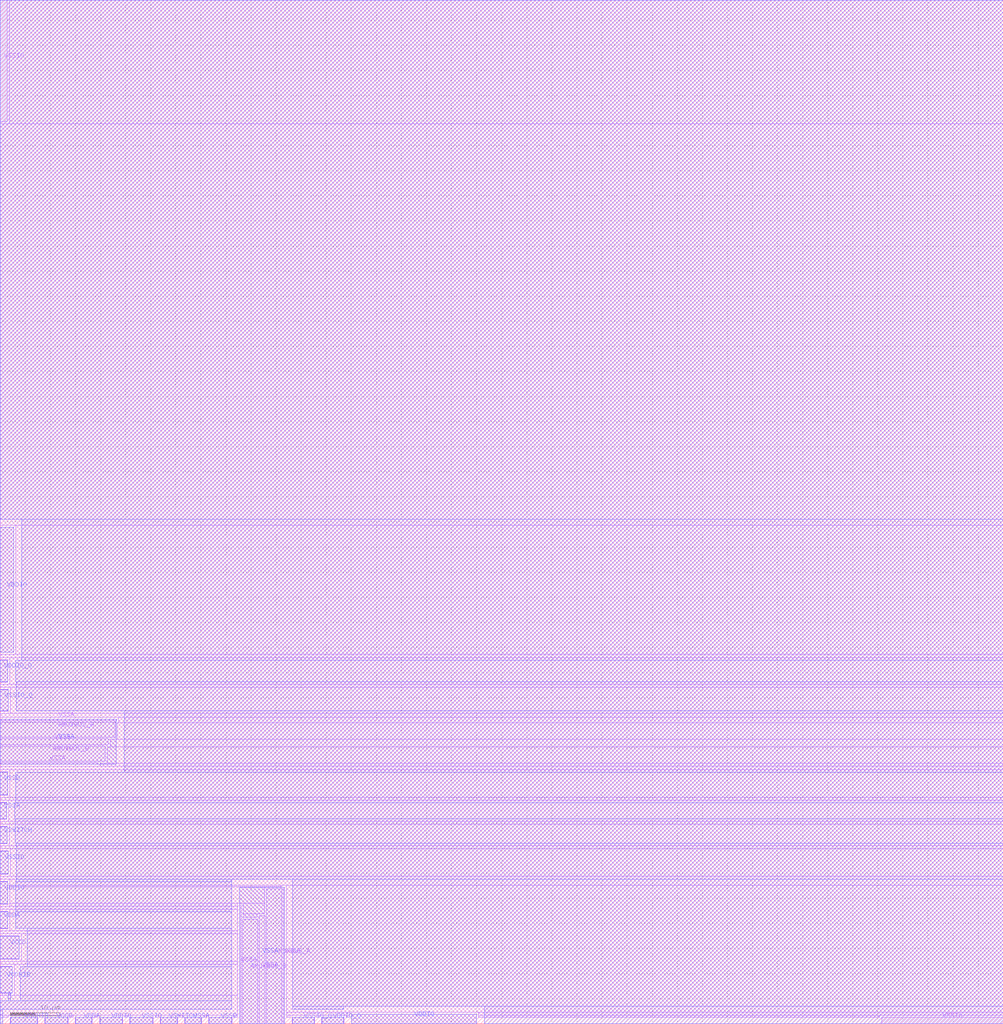
<source format=lef>
VERSION 5.7 ;
  NOWIREEXTENSIONATPIN ON ;
  DIVIDERCHAR "/" ;
  BUSBITCHARS "[]" ;
MACRO sky130_ef_io__corner_pad
  CLASS ENDCAP TOPRIGHT ;
  FOREIGN sky130_ef_io__corner_pad ;
  ORIGIN 0.000 0.000 ;
  SIZE 200.000 BY 204.000 ;
  PIN AMUXBUS_A
    DIRECTION INOUT ;
    USE SIGNAL ;
    PORT
      LAYER met4 ;
        RECT 0.000 57.125 22.910 60.105 ;
    END
    PORT
      LAYER met4 ;
        RECT 53.125 0.000 56.105 26.910 ;
    END
  END AMUXBUS_A
  PIN AMUXBUS_B
    DIRECTION INOUT ;
    USE SIGNAL ;
    PORT
      LAYER met4 ;
        RECT 0.000 52.365 20.935 55.345 ;
    END
    PORT
      LAYER met4 ;
        RECT 48.365 0.000 51.345 20.875 ;
    END
  END AMUXBUS_B
  PIN VSSA
    DIRECTION INOUT ;
    USE GROUND ;
    PORT
      LAYER met5 ;
        RECT 0.000 51.735 23.155 60.735 ;
    END
    PORT
      LAYER met5 ;
        RECT 0.000 40.835 1.335 44.085 ;
    END
    PORT
      LAYER met4 ;
        RECT 0.000 51.735 19.575 52.065 ;
    END
    PORT
      LAYER met4 ;
        RECT 0.000 40.735 1.335 44.185 ;
    END
    PORT
      LAYER met4 ;
        RECT 0.000 55.645 21.550 56.825 ;
    END
    PORT
      LAYER met4 ;
        RECT 0.000 60.405 23.175 60.735 ;
    END
    PORT
      LAYER met5 ;
        RECT 36.840 0.000 40.085 1.270 ;
    END
    PORT
      LAYER met5 ;
        RECT 47.735 0.000 56.735 27.155 ;
    END
    PORT
      LAYER met4 ;
        RECT 56.405 0.000 56.735 27.175 ;
    END
    PORT
      LAYER met4 ;
        RECT 51.645 0.000 52.825 21.555 ;
    END
    PORT
      LAYER met4 ;
        RECT 36.735 0.000 40.185 1.270 ;
    END
    PORT
      LAYER met4 ;
        RECT 47.735 0.000 48.065 23.575 ;
    END
  END VSSA
  PIN VDDA
    DIRECTION INOUT ;
    USE POWER ;
    PORT
      LAYER met5 ;
        RECT 0.000 19.035 1.470 22.285 ;
    END
    PORT
      LAYER met4 ;
        RECT 0.000 18.935 1.470 22.385 ;
    END
    PORT
      LAYER met5 ;
        RECT 15.035 0.000 18.285 1.255 ;
    END
    PORT
      LAYER met4 ;
        RECT 14.935 0.000 18.385 1.255 ;
    END
  END VDDA
  PIN VSWITCH
    DIRECTION INOUT ;
    USE POWER ;
    PORT
      LAYER met5 ;
        RECT 0.000 35.985 1.385 39.235 ;
    END
    PORT
      LAYER met4 ;
        RECT 0.000 35.885 1.385 39.335 ;
    END
    PORT
      LAYER met5 ;
        RECT 31.985 0.000 35.235 1.270 ;
    END
    PORT
      LAYER met4 ;
        RECT 31.885 0.000 35.335 1.270 ;
    END
  END VSWITCH
  PIN VDDIO_Q
    DIRECTION INOUT ;
    USE POWER ;
    PORT
      LAYER met5 ;
        RECT 0.000 68.185 1.480 72.435 ;
    END
    PORT
      LAYER met4 ;
        RECT 0.000 68.085 1.480 72.535 ;
    END
    PORT
      LAYER met5 ;
        RECT 64.185 0.000 68.435 1.270 ;
    END
    PORT
      LAYER met4 ;
        RECT 64.085 0.000 68.535 1.270 ;
    END
  END VDDIO_Q
  PIN VCCHIB
    DIRECTION INOUT ;
    USE POWER ;
    PORT
      LAYER met5 ;
        RECT 0.000 6.135 2.350 11.385 ;
    END
    PORT
      LAYER met4 ;
        RECT 0.000 6.035 2.350 11.485 ;
    END
    PORT
      LAYER met5 ;
        RECT 2.135 0.000 7.385 1.270 ;
    END
    PORT
      LAYER met4 ;
        RECT 2.035 0.000 7.485 1.270 ;
    END
  END VCCHIB
  PIN VDDIO
    DIRECTION INOUT ;
    USE POWER ;
    PORT
      LAYER met5 ;
        RECT 0.000 74.035 2.645 98.985 ;
    END
    PORT
      LAYER met5 ;
        RECT 0.000 23.885 1.525 28.335 ;
    END
    PORT
      LAYER met4 ;
        RECT 0.000 23.785 1.525 28.435 ;
    END
    PORT
      LAYER met4 ;
        RECT 0.000 74.035 2.645 99.000 ;
    END
    PORT
      LAYER met5 ;
        RECT 19.885 0.000 24.335 1.270 ;
    END
    PORT
      LAYER met5 ;
        RECT 70.035 0.000 94.985 1.855 ;
    END
    PORT
      LAYER met4 ;
        RECT 70.035 0.000 95.000 1.855 ;
    END
    PORT
      LAYER met4 ;
        RECT 19.785 0.000 24.435 1.270 ;
    END
  END VDDIO
  PIN VCCD
    DIRECTION INOUT ;
    USE POWER ;
    PORT
      LAYER met5 ;
        RECT 0.000 12.985 3.785 17.435 ;
    END
    PORT
      LAYER met4 ;
        RECT 0.000 12.885 3.785 17.535 ;
    END
    PORT
      LAYER met5 ;
        RECT 8.985 0.000 13.435 1.270 ;
    END
    PORT
      LAYER met4 ;
        RECT 8.885 0.000 13.535 1.270 ;
    END
  END VCCD
  PIN VSSIO
    DIRECTION INOUT ;
    USE GROUND ;
    PORT
      LAYER met5 ;
        RECT 0.000 29.935 1.600 34.385 ;
    END
    PORT
      LAYER met4 ;
        RECT 0.000 29.835 1.600 34.485 ;
    END
    PORT
      LAYER met4 ;
        RECT 0.000 179.785 1.435 204.000 ;
    END
    PORT
      LAYER met5 ;
        RECT 25.935 0.000 30.385 1.270 ;
    END
    PORT
      LAYER met4 ;
        RECT 25.835 0.000 30.485 1.270 ;
    END
    PORT
      LAYER met4 ;
        RECT 175.785 0.000 200.000 1.270 ;
    END
  END VSSIO
  PIN VSSD
    DIRECTION INOUT ;
    USE GROUND ;
    PORT
      LAYER met5 ;
        RECT 0.000 45.685 1.475 50.135 ;
    END
    PORT
      LAYER met4 ;
        RECT 0.000 45.585 1.475 50.235 ;
    END
    PORT
      LAYER met5 ;
        RECT 41.685 0.000 46.135 1.270 ;
    END
    PORT
      LAYER met4 ;
        RECT 41.585 0.000 46.235 1.270 ;
    END
  END VSSD
  PIN VSSIO_Q
    DIRECTION INOUT ;
    USE GROUND ;
    PORT
      LAYER met5 ;
        RECT 0.000 62.335 1.625 66.585 ;
    END
    PORT
      LAYER met4 ;
        RECT 0.000 62.235 1.625 66.685 ;
    END
    PORT
      LAYER met5 ;
        RECT 58.335 0.000 62.585 1.270 ;
    END
    PORT
      LAYER met4 ;
        RECT 58.235 0.000 62.685 1.270 ;
    END
  END VSSIO_Q
  OBS
      LAYER met4 ;
        RECT 1.835 179.385 200.000 204.000 ;
        RECT 0.000 99.400 200.000 179.385 ;
        RECT 3.045 73.635 200.000 99.400 ;
        RECT 0.000 72.935 200.000 73.635 ;
        RECT 1.880 67.685 200.000 72.935 ;
        RECT 0.000 67.085 200.000 67.685 ;
        RECT 2.025 61.835 200.000 67.085 ;
        RECT 0.000 61.135 200.000 61.835 ;
        RECT 23.575 60.005 200.000 61.135 ;
        RECT 23.310 56.725 200.000 60.005 ;
        RECT 21.950 55.245 200.000 56.725 ;
        RECT 21.335 51.965 200.000 55.245 ;
        RECT 19.975 51.335 200.000 51.965 ;
        RECT 0.000 50.635 200.000 51.335 ;
        RECT 1.875 45.185 200.000 50.635 ;
        RECT 0.000 44.585 200.000 45.185 ;
        RECT 1.735 40.335 200.000 44.585 ;
        RECT 0.000 39.735 200.000 40.335 ;
        RECT 1.785 35.485 200.000 39.735 ;
        RECT 0.000 34.885 200.000 35.485 ;
        RECT 2.000 29.435 200.000 34.885 ;
        RECT 0.000 28.835 200.000 29.435 ;
        RECT 1.925 27.575 200.000 28.835 ;
        RECT 1.925 27.310 56.005 27.575 ;
        RECT 1.925 23.975 52.725 27.310 ;
        RECT 1.925 23.385 47.335 23.975 ;
        RECT 0.000 22.785 47.335 23.385 ;
        RECT 1.870 18.535 47.335 22.785 ;
        RECT 48.465 21.955 52.725 23.975 ;
        RECT 48.465 21.275 51.245 21.955 ;
        RECT 0.000 17.935 47.335 18.535 ;
        RECT 4.185 12.485 47.335 17.935 ;
        RECT 0.000 11.885 47.335 12.485 ;
        RECT 0.400 5.635 2.035 6.035 ;
        RECT 2.750 5.635 47.335 11.885 ;
        RECT 0.000 1.670 47.335 5.635 ;
        RECT 0.000 1.255 1.635 1.670 ;
        RECT 7.885 1.255 8.485 1.670 ;
        RECT 13.935 1.655 19.385 1.670 ;
        RECT 13.935 1.255 14.535 1.655 ;
        RECT 18.785 1.255 19.385 1.655 ;
        RECT 24.835 1.255 25.435 1.670 ;
        RECT 30.885 1.255 31.485 1.670 ;
        RECT 35.735 1.255 36.335 1.670 ;
        RECT 40.585 1.255 41.185 1.670 ;
        RECT 46.635 1.255 47.335 1.670 ;
        RECT 57.135 2.255 200.000 27.575 ;
        RECT 57.135 1.670 69.635 2.255 ;
        RECT 57.135 1.255 57.835 1.670 ;
        RECT 63.085 1.255 63.685 1.670 ;
        RECT 68.935 1.255 69.635 1.670 ;
        RECT 95.400 1.670 200.000 2.255 ;
        RECT 95.400 1.255 175.385 1.670 ;
      LAYER met5 ;
        RECT 0.000 100.585 200.000 204.000 ;
        RECT 4.245 72.435 200.000 100.585 ;
        RECT 3.080 68.185 200.000 72.435 ;
        RECT 3.225 62.335 200.000 68.185 ;
        RECT 24.755 50.135 200.000 62.335 ;
        RECT 3.075 44.085 200.000 50.135 ;
        RECT 2.935 40.835 200.000 44.085 ;
        RECT 2.985 35.985 200.000 40.835 ;
        RECT 3.200 28.755 200.000 35.985 ;
        RECT 3.200 28.335 46.135 28.755 ;
        RECT 3.125 22.285 46.135 28.335 ;
        RECT 3.070 19.035 46.135 22.285 ;
        RECT 5.385 11.385 46.135 19.035 ;
        RECT 1.600 4.535 2.135 6.135 ;
        RECT 3.950 4.535 46.135 11.385 ;
        RECT 0.000 2.870 46.135 4.535 ;
        RECT 58.335 3.455 200.000 28.755 ;
        RECT 58.335 2.870 68.435 3.455 ;
        RECT 0.000 0.000 0.535 2.870 ;
        RECT 15.035 2.855 18.285 2.870 ;
        RECT 96.585 0.000 200.000 3.455 ;
  END
END sky130_ef_io__corner_pad
END LIBRARY


</source>
